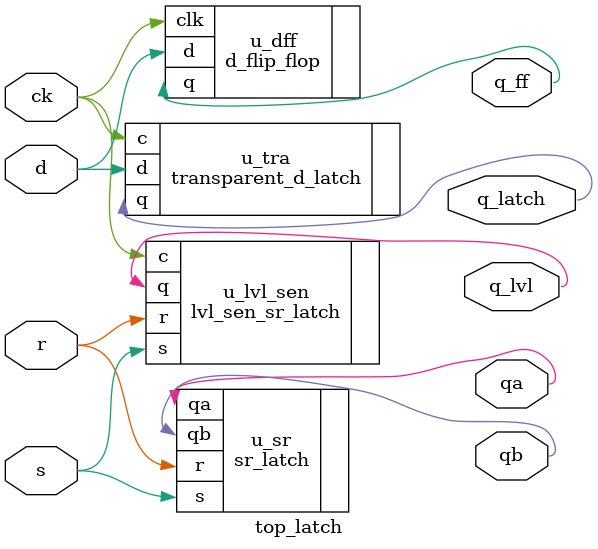
<source format=sv>
`timescale 1ns / 1ps
module top_latch (output logic qa, output logic qb, output logic q_lvl,
	output logic q_latch, output logic q_ff,
	input logic s, input logic r, input logic d, input logic ck);

	// Enter your code here ...
	//
	sr_latch u_sr (.qa(qa), .qb(qb), .s(s), .r(r)); // sr_latch u_sr (.*); using dot-star port connection
	lvl_sen_sr_latch u_lvl_sen (.q(q_lvl), .s(s), .c(ck), .r(r)); // lvl_sen_sr_latch u_lvl_sen (.q(q_lvl), .s, .c(ck), .r); using dot-name port connection
	transparent_d_latch u_tra (.q(q_latch), .d(d), .c(ck));
	d_flip_flop u_dff (.q(q_ff), .d(d), .clk(ck));

endmodule

</source>
